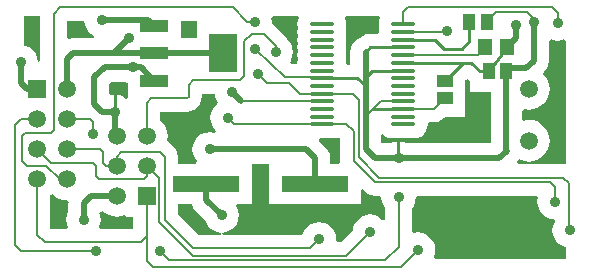
<source format=gbl>
%FSAX24Y24*%
%MOIN*%
G70*
G01*
G75*
G04 Layer_Physical_Order=2*
G04 Layer_Color=16711680*
%ADD10C,0.0080*%
%ADD11R,0.0551X0.0472*%
%ADD12R,0.0354X0.0394*%
%ADD13R,0.0512X0.0709*%
%ADD14R,0.0472X0.0551*%
%ADD15R,0.0709X0.0512*%
%ADD16R,0.0551X0.0433*%
%ADD17O,0.0650X0.0217*%
%ADD18O,0.0217X0.0650*%
%ADD19R,0.0433X0.0551*%
%ADD20R,0.1063X0.0197*%
%ADD21R,0.0984X0.0787*%
%ADD22C,0.0200*%
%ADD23C,0.0100*%
%ADD24C,0.0591*%
%ADD25R,0.0591X0.0591*%
%ADD26C,0.0350*%
%ADD27R,0.2244X0.0551*%
%ADD28O,0.0827X0.0138*%
%ADD29R,0.0945X0.0394*%
%ADD30R,0.0945X0.1299*%
G36*
X029139Y032774D02*
X032183D01*
Y033235D01*
X032257Y033265D01*
X032336Y033186D01*
X032428Y033116D01*
X032535Y033071D01*
X032535Y033071D01*
X032535Y033071D01*
D01*
X032535Y033071D01*
X032535Y033071D01*
X032650Y033056D01*
X032821D01*
X032870Y033000D01*
X032890Y032850D01*
X032948Y032710D01*
X033006Y032634D01*
Y032259D01*
X032930Y032234D01*
X032910Y032260D01*
X032790Y032352D01*
X032650Y032410D01*
X032500Y032430D01*
X032350Y032410D01*
X032210Y032352D01*
X032090Y032260D01*
X031998Y032140D01*
X031940Y032000D01*
X031927Y031905D01*
X031527Y031505D01*
X031428D01*
X031375Y031565D01*
X031380Y031600D01*
X031360Y031750D01*
X031302Y031890D01*
X031210Y032010D01*
X031090Y032102D01*
X030950Y032160D01*
X030800Y032180D01*
X030650Y032160D01*
X030510Y032102D01*
X030390Y032010D01*
X030298Y031890D01*
X030240Y031750D01*
X030239Y031744D01*
X027582D01*
X027577Y031824D01*
X027700Y031840D01*
X027840Y031898D01*
X027960Y031990D01*
X028052Y032110D01*
X028110Y032250D01*
X028130Y032400D01*
X028110Y032550D01*
X028052Y032690D01*
X028043Y032703D01*
X028078Y032774D01*
X028561D01*
Y034096D01*
X029139D01*
Y032774D01*
D02*
G37*
G36*
X031506Y034200D02*
X031508Y034186D01*
X031455Y034126D01*
X031165D01*
Y034300D01*
X031148Y034431D01*
X031098Y034552D01*
X031018Y034657D01*
X030784Y034890D01*
X030815Y034964D01*
X031236D01*
X031359Y034980D01*
X031390Y034993D01*
X031506D01*
Y034200D01*
D02*
G37*
G36*
X035829Y036879D02*
X035829Y036879D01*
X035838Y036872D01*
Y036524D01*
X036541D01*
Y034804D01*
X033735D01*
X033600Y034860D01*
X033500Y034873D01*
Y034300D01*
X033400D01*
Y034873D01*
X033300Y034860D01*
X033165Y034804D01*
X032859D01*
X032854Y034809D01*
Y035077D01*
X032929Y035102D01*
X033027Y035027D01*
X033141Y034980D01*
X033264Y034964D01*
X033953D01*
X034075Y034980D01*
X034189Y035027D01*
X034287Y035102D01*
X034362Y035200D01*
X034410Y035314D01*
X034426Y035437D01*
X034425Y035444D01*
X034477Y035505D01*
X034644D01*
X034759Y035520D01*
X034866Y035564D01*
X034958Y035635D01*
X035011Y035688D01*
X035676D01*
Y036279D01*
Y036928D01*
X035749Y036959D01*
X035829Y036879D01*
D02*
G37*
G36*
X023662Y032469D02*
X023783Y032405D01*
X023914Y032365D01*
X024050Y032351D01*
X024186Y032365D01*
X024317Y032405D01*
X024317Y032405D01*
Y032405D01*
X024355Y032355D01*
Y032355D01*
X024606D01*
Y031944D01*
X023518D01*
X023473Y032010D01*
X023510Y032100D01*
X023530Y032250D01*
X023510Y032400D01*
X023477Y032479D01*
X023505Y032521D01*
X023584Y032533D01*
X023662Y032469D01*
D02*
G37*
G36*
X038089Y032996D02*
X038070Y032850D01*
X038090Y032700D01*
X038148Y032560D01*
X038240Y032440D01*
X038360Y032348D01*
X038500Y032290D01*
X038624Y032273D01*
X038655Y032199D01*
X038648Y032190D01*
X038590Y032050D01*
X038570Y031900D01*
X038590Y031750D01*
X038648Y031610D01*
X038740Y031490D01*
X038860Y031398D01*
X039000Y031340D01*
X039046Y031334D01*
Y030954D01*
X034672D01*
X034627Y031020D01*
X034660Y031100D01*
X034680Y031250D01*
X034660Y031400D01*
X034602Y031540D01*
X034510Y031660D01*
X034390Y031752D01*
X034250Y031810D01*
X034100Y031830D01*
X033954Y031811D01*
X033894Y031863D01*
Y032634D01*
X033952Y032710D01*
X034010Y032850D01*
X034030Y033000D01*
X034079Y033056D01*
X038037D01*
X038089Y032996D01*
D02*
G37*
G36*
X026602Y032659D02*
X026682Y032554D01*
X026992Y032245D01*
X027048Y032110D01*
X027140Y031990D01*
X027260Y031898D01*
X027400Y031840D01*
X027523Y031824D01*
X027518Y031744D01*
X026784D01*
X026094Y032434D01*
Y032774D01*
X026554D01*
X026602Y032659D01*
D02*
G37*
G36*
X022012Y033019D02*
X022133Y032955D01*
X022264Y032915D01*
X022400Y032901D01*
X022452Y032848D01*
X022446Y032800D01*
Y032535D01*
X022390Y032400D01*
X022370Y032250D01*
X022390Y032100D01*
X022427Y032010D01*
X022382Y031944D01*
X021844D01*
Y033063D01*
X021916Y033098D01*
X022012Y033019D01*
D02*
G37*
G36*
X027340Y036350D02*
X027398Y036210D01*
X027414Y036188D01*
X027404Y036109D01*
X027340Y036060D01*
X027248Y035940D01*
X027190Y035800D01*
X027170Y035650D01*
X027190Y035500D01*
X027248Y035360D01*
X027340Y035240D01*
X027369Y035217D01*
X027329Y035148D01*
X027300Y035160D01*
X027150Y035180D01*
X027000Y035160D01*
X026860Y035102D01*
X026740Y035010D01*
X026648Y034890D01*
X026590Y034750D01*
X026570Y034600D01*
X026590Y034450D01*
X026648Y034310D01*
X026734Y034197D01*
X026699Y034126D01*
X026094D01*
Y034350D01*
X026079Y034465D01*
X026047Y034541D01*
X026034Y034572D01*
X025964Y034664D01*
X025814Y034814D01*
X025725Y034882D01*
X025735Y034914D01*
X025749Y035050D01*
X025735Y035186D01*
X025695Y035317D01*
X025631Y035438D01*
X025544Y035544D01*
X025494Y035585D01*
Y035856D01*
X026400D01*
X026515Y035871D01*
X026591Y035903D01*
X026622Y035916D01*
X026714Y035986D01*
X026764Y036036D01*
X026834Y036128D01*
X026866Y036204D01*
X026879Y036235D01*
X026894Y036350D01*
Y036456D01*
X027326D01*
X027340Y036350D01*
D02*
G37*
G36*
X039046Y038228D02*
Y034151D01*
X038986Y034099D01*
X038939Y034105D01*
X037423D01*
X037392Y034179D01*
X037407Y034193D01*
X037463Y034267D01*
X037516Y034238D01*
X037647Y034199D01*
X037783Y034185D01*
X037919Y034199D01*
X038050Y034238D01*
X038171Y034303D01*
X038277Y034390D01*
X038364Y034496D01*
X038429Y034616D01*
X038468Y034748D01*
X038482Y034884D01*
X038468Y035020D01*
X038429Y035151D01*
X038364Y035272D01*
X038277Y035378D01*
X038171Y035465D01*
X038050Y035529D01*
X037919Y035569D01*
X037783Y035582D01*
X037647Y035569D01*
X037614Y035559D01*
X037550Y035607D01*
Y035893D01*
X037614Y035941D01*
X037647Y035931D01*
X037783Y035917D01*
X037919Y035931D01*
X038050Y035971D01*
X038171Y036035D01*
X038277Y036122D01*
X038364Y036228D01*
X038429Y036349D01*
X038468Y036480D01*
X038482Y036616D01*
X038468Y036752D01*
X038429Y036883D01*
X038364Y037004D01*
X038277Y037110D01*
X038275Y037161D01*
X038307Y037193D01*
X038387Y037298D01*
X038422Y037384D01*
X038437Y037419D01*
X038454Y037550D01*
Y038228D01*
X038521Y038273D01*
X038600Y038240D01*
X038750Y038220D01*
X038900Y038240D01*
X038980Y038273D01*
X039046Y038228D01*
D02*
G37*
G36*
X022990Y038750D02*
X023048Y038610D01*
X023140Y038490D01*
X023260Y038398D01*
X023296Y038383D01*
X023281Y038304D01*
X022600D01*
X022469Y038287D01*
X022460Y038283D01*
X022394Y038328D01*
Y038885D01*
X022972D01*
X022990Y038750D01*
D02*
G37*
G36*
X026719Y038850D02*
X026719D01*
Y038304D01*
X026181D01*
Y038885D01*
X026719D01*
Y038850D01*
D02*
G37*
G36*
X021506Y037532D02*
X021426Y037527D01*
X021410Y037650D01*
X021352Y037790D01*
X021260Y037910D01*
X021140Y038002D01*
X021000Y038060D01*
X020954Y038066D01*
Y039046D01*
X021506D01*
Y037532D01*
D02*
G37*
G36*
X024436Y036796D02*
Y036331D01*
X024364Y036295D01*
X024290Y036352D01*
X024150Y036410D01*
X024050Y036423D01*
Y035850D01*
X023950D01*
Y036423D01*
X023864Y036412D01*
X023804Y036465D01*
Y036791D01*
X023859Y036846D01*
X024315D01*
X024436Y036796D01*
D02*
G37*
G36*
X032846Y038980D02*
X032807Y038886D01*
X032791Y038763D01*
X032807Y038641D01*
X032809Y038635D01*
X032807Y038630D01*
X032791Y038507D01*
X032740Y038450D01*
X032496D01*
X032378Y038434D01*
X032269Y038389D01*
X032180Y038321D01*
X032098Y038287D01*
X031993Y038207D01*
X031913Y038102D01*
X031863Y037981D01*
X031846Y037850D01*
Y037426D01*
X031760D01*
X031709Y037484D01*
X031693Y037606D01*
X031691Y037612D01*
X031693Y037617D01*
X031709Y037740D01*
X031693Y037862D01*
X031691Y037868D01*
X031693Y037873D01*
X031709Y037996D01*
X031693Y038118D01*
X031691Y038124D01*
X031693Y038129D01*
X031709Y038252D01*
X031693Y038374D01*
X031691Y038380D01*
X031693Y038385D01*
X031709Y038507D01*
X031693Y038630D01*
X031691Y038635D01*
X031693Y038641D01*
X031709Y038763D01*
X031693Y038886D01*
X031654Y038980D01*
X031699Y039046D01*
X032801D01*
X032846Y038980D01*
D02*
G37*
G36*
X030129D02*
X030090Y038886D01*
X030074Y038763D01*
X030090Y038641D01*
X030093Y038635D01*
X030090Y038630D01*
X030074Y038507D01*
X030090Y038385D01*
X030093Y038380D01*
X030090Y038374D01*
X030074Y038252D01*
X030090Y038129D01*
X030093Y038124D01*
X030090Y038118D01*
X030074Y037996D01*
X030090Y037873D01*
X030093Y037868D01*
X030090Y037862D01*
X030074Y037740D01*
X030090Y037617D01*
X030093Y037612D01*
X030090Y037606D01*
X030074Y037484D01*
X030039Y037444D01*
X029854D01*
X029818Y037516D01*
X029852Y037560D01*
X029910Y037700D01*
X029930Y037850D01*
X029910Y038000D01*
X029852Y038140D01*
X029760Y038260D01*
X029719Y038291D01*
X029664Y038364D01*
X029264Y038764D01*
X029223Y038795D01*
X029230Y038850D01*
X029212Y038986D01*
X029265Y039046D01*
X030085D01*
X030129Y038980D01*
D02*
G37*
D10*
X037732Y039168D02*
X037950Y038950D01*
Y038850D02*
Y038950D01*
X036395Y038850D02*
X036713Y039168D01*
X037732D01*
X032598Y035948D02*
X032854Y036204D01*
X032350Y035700D02*
X032598Y035948D01*
X032854Y036204D02*
X033608D01*
X034644Y035948D02*
X035000Y036305D01*
X033608Y035948D02*
X034644D01*
X028300Y037050D02*
Y038200D01*
X028150Y036900D02*
X028300Y037050D01*
Y038200D02*
X028550Y038450D01*
X028950D01*
X029350Y038050D01*
Y037850D02*
Y038050D01*
X036085Y037740D02*
X036346Y038000D01*
X033608Y037740D02*
X036085D01*
X033608Y038507D02*
X035007D01*
X035050Y038550D01*
X025466Y032195D02*
Y033634D01*
X025650Y032250D02*
X026600Y031300D01*
X030500D01*
X030800Y031600D01*
X025650Y032250D02*
Y034350D01*
X025466Y032195D02*
X026600Y031061D01*
X031711D01*
X032500Y031850D01*
X025500Y031200D02*
X025800Y030900D01*
X033000D01*
X033450Y031350D01*
X033521Y030671D02*
X034100Y031250D01*
X025250Y030671D02*
X033521D01*
X027921Y039329D02*
X028400Y038850D01*
X028650D01*
X028750Y037100D02*
X029050Y036800D01*
X029800D01*
X028650Y037950D02*
X029650Y037000D01*
X030864D01*
X026600Y036900D02*
X028150D01*
X025200Y036300D02*
X026400D01*
X026450Y036350D01*
Y036750D01*
X026600Y036900D01*
X038650Y032850D02*
Y033350D01*
X038500Y033500D02*
X038650Y033350D01*
X032650Y033500D02*
X038500D01*
X039125Y031925D02*
X039150Y031900D01*
X039125Y031925D02*
Y033475D01*
X038939Y033661D02*
X039125Y033475D01*
X031950Y034200D02*
Y035200D01*
X031713Y035437D02*
X031950Y035200D01*
X030892Y035437D02*
X031713D01*
X032129Y034332D02*
Y036250D01*
X031919Y036460D02*
X032129Y036250D01*
X030892Y036460D02*
X031919D01*
X032129Y034332D02*
X032800Y033661D01*
X038939D01*
X031950Y034200D02*
X032650Y033500D01*
X038750Y038800D02*
Y039150D01*
X038571Y039329D02*
X038750Y039150D01*
X033750Y039329D02*
X038571D01*
X027963Y035437D02*
X030892D01*
X027950Y035450D02*
X030878D01*
X027950D02*
X027963Y035437D01*
X027750Y035650D02*
X027950Y035450D01*
X022179Y039329D02*
X027921D01*
X024850Y031500D02*
X025050Y031700D01*
X021650Y031500D02*
X024850D01*
X021400Y031750D02*
X021650Y031500D01*
X025050Y030871D02*
Y031700D01*
X021050Y036600D02*
X021400D01*
X022150Y033600D02*
X022400D01*
X021700Y034050D02*
X022150Y033600D01*
X021050Y034050D02*
X021700D01*
X020900Y034200D02*
X021050Y034050D01*
X020900Y034200D02*
Y035050D01*
X021000Y035150D01*
X021850D01*
X021950Y035250D01*
Y039100D01*
X022179Y039329D01*
X033450Y031350D02*
Y033000D01*
X020850Y035600D02*
X021400D01*
X020671Y035421D02*
X020850Y035600D01*
X020671Y031400D02*
Y035421D01*
Y031400D02*
X020871Y031200D01*
X023350D01*
X030882Y036450D02*
X030892Y036460D01*
X030150Y036450D02*
X030882D01*
X029800Y036800D02*
X030150Y036450D01*
X025050Y030871D02*
X025250Y030671D01*
X025050Y034050D02*
X025466Y033634D01*
X028196Y036204D02*
X030892D01*
X030878Y035450D02*
X030892Y035437D01*
X033608Y039187D02*
X033750Y039329D01*
X033608Y038763D02*
Y039187D01*
X033604Y036200D02*
X033608Y036204D01*
X024050Y034050D02*
Y034350D01*
X024200Y034500D01*
X025500D01*
X025650Y034350D01*
X025050Y031700D02*
Y033050D01*
X023250Y035100D02*
Y035500D01*
X023150Y035600D02*
X023250Y035500D01*
X022400Y035600D02*
X023150D01*
X025050Y036150D02*
X025200Y036300D01*
X025050Y035050D02*
Y036150D01*
X021400Y031750D02*
Y033600D01*
X023700Y034050D02*
X024050D01*
X023600Y034150D02*
X023700Y034050D01*
X023600Y034150D02*
Y034500D01*
X023500Y034600D02*
X023600Y034500D01*
X022400Y034600D02*
X023500D01*
X025050Y033700D02*
Y034050D01*
X024950Y033600D02*
X025050Y033700D01*
X023450Y033600D02*
X024950D01*
X023350Y033700D02*
X023450Y033600D01*
X023350Y033700D02*
Y034050D01*
X023250Y034150D02*
X023350Y034050D01*
X021850Y034150D02*
X023250D01*
X021400Y034600D02*
X021850Y034150D01*
D14*
X036346Y038000D02*
D03*
X037054D02*
D03*
D16*
X035000Y036895D02*
D03*
Y036305D02*
D03*
D19*
X036395Y038850D02*
D03*
X035805D02*
D03*
X036455Y037200D02*
D03*
X037045D02*
D03*
D22*
X037950Y037550D02*
Y038700D01*
X037054Y038000D02*
X037350Y038296D01*
Y038750D01*
X032350Y035700D02*
Y036700D01*
Y034600D02*
Y035700D01*
X027039Y032911D02*
X027550Y032400D01*
X027039Y032911D02*
Y033450D01*
X027150Y034600D02*
X030361D01*
X030661Y034300D01*
Y033450D02*
Y034300D01*
X032650D02*
X033450D01*
X032350Y034600D02*
X032650Y034300D01*
X033450D02*
X036800D01*
X032350Y036700D02*
Y037000D01*
Y037850D01*
X037045Y034555D02*
X037050Y034550D01*
X036800Y034300D02*
X037050Y034550D01*
X037045Y034555D02*
Y037200D01*
X037145Y037300D01*
X037700D01*
X037950Y037550D01*
X024000Y035100D02*
X024050Y035050D01*
X024000Y035100D02*
Y035850D01*
X022950Y032250D02*
Y032800D01*
X023200Y033050D01*
X024050D01*
X024600Y037350D02*
X024853D01*
X023650D02*
X024600D01*
X023300Y037000D02*
X023650Y037350D01*
X023300Y036100D02*
Y037000D01*
Y036100D02*
X023550Y035850D01*
X024000D01*
X024853Y037350D02*
X025308Y036894D01*
X023950Y037800D02*
X024450Y038300D01*
X025103Y038900D02*
X025303Y038700D01*
X023550Y038900D02*
X025103D01*
X025303Y038700D02*
X025308Y038706D01*
X020850Y036800D02*
X021050Y036600D01*
X020850Y036800D02*
Y037500D01*
X027900Y036500D02*
X028196Y036204D01*
X023950Y037800D02*
X025308D01*
X022600D02*
X023950D01*
X025308D02*
X027592D01*
X022400Y036600D02*
Y037600D01*
X022600Y037800D01*
D23*
X032598Y035948D02*
X033608D01*
Y037484D02*
X035589D01*
X035000Y036895D02*
X035589Y037484D01*
X035866D01*
X036150Y037200D02*
X036455D01*
X035866Y037484D02*
X036150Y037200D01*
X036455D02*
X037054Y038000D01*
X035800Y038845D02*
X035805Y038850D01*
X035800Y038200D02*
Y038845D01*
X035550Y037950D02*
X035800Y038200D01*
X034950Y037950D02*
X035550D01*
X034648Y038252D02*
X034950Y037950D01*
X033608Y038252D02*
X034648D01*
X035805Y038715D02*
Y038850D01*
X032350Y037850D02*
X032496Y037996D01*
X032078Y036972D02*
X032350Y036700D01*
X030892Y036972D02*
X032078D01*
X032578Y037228D02*
X033608D01*
X032350Y037000D02*
X032578Y037228D01*
X032496Y037996D02*
X033608D01*
X036455Y037200D02*
Y037400D01*
D24*
X022400Y033600D02*
D03*
X021400D02*
D03*
X022400Y034600D02*
D03*
X021400D02*
D03*
X022400Y035600D02*
D03*
X021400D02*
D03*
X022400Y036600D02*
D03*
X024050Y033050D02*
D03*
X025050Y034050D02*
D03*
X024050D02*
D03*
X025050Y035050D02*
D03*
X024050D02*
D03*
X037783Y034884D02*
D03*
Y036616D02*
D03*
D25*
X021400Y036600D02*
D03*
X025050Y033050D02*
D03*
D26*
X037950Y038850D02*
D03*
X037350Y038750D02*
D03*
X035050Y038550D02*
D03*
X027550Y032400D02*
D03*
X030800Y031600D02*
D03*
X034100Y031250D02*
D03*
X032500Y031850D02*
D03*
X027150Y034600D02*
D03*
X028650Y038850D02*
D03*
X028750Y037100D02*
D03*
X028650Y037950D02*
D03*
X038650Y032850D02*
D03*
X039150Y031900D02*
D03*
X033450Y034300D02*
D03*
X038750Y038800D02*
D03*
X027750Y035650D02*
D03*
X024600Y037350D02*
D03*
X023550Y038900D02*
D03*
X022950Y032250D02*
D03*
X020850Y037500D02*
D03*
X023350Y031200D02*
D03*
X025500D02*
D03*
X033450Y033000D02*
D03*
X029350Y037850D02*
D03*
X024000Y035850D02*
D03*
X027900Y036500D02*
D03*
X023250Y035100D02*
D03*
X024450Y038300D02*
D03*
D27*
X027039Y033450D02*
D03*
X030661D02*
D03*
D28*
X030892Y035437D02*
D03*
Y035693D02*
D03*
Y035948D02*
D03*
Y036204D02*
D03*
Y036460D02*
D03*
Y036716D02*
D03*
Y036972D02*
D03*
Y037228D02*
D03*
Y037484D02*
D03*
Y037740D02*
D03*
Y037996D02*
D03*
Y038252D02*
D03*
Y038507D02*
D03*
Y038763D02*
D03*
X033608Y035437D02*
D03*
Y035693D02*
D03*
Y035948D02*
D03*
Y036204D02*
D03*
Y036460D02*
D03*
Y036716D02*
D03*
Y036972D02*
D03*
Y037228D02*
D03*
Y037484D02*
D03*
Y037740D02*
D03*
Y037996D02*
D03*
Y038252D02*
D03*
Y038507D02*
D03*
Y038763D02*
D03*
D29*
X025308Y036894D02*
D03*
Y037800D02*
D03*
Y038706D02*
D03*
D30*
X027592Y037800D02*
D03*
M02*

</source>
